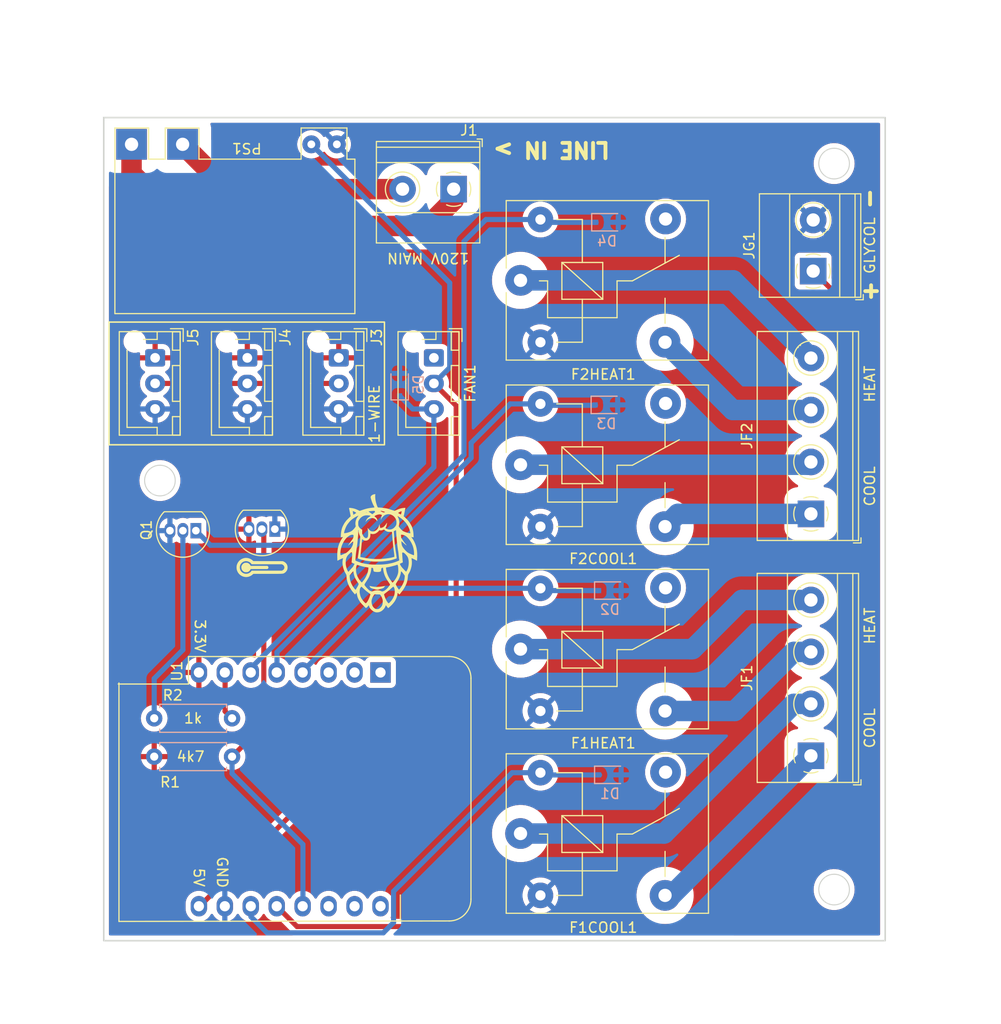
<source format=kicad_pcb>
(kicad_pcb (version 20211014) (generator pcbnew)

  (general
    (thickness 1.6)
  )

  (paper "USLetter")
  (title_block
    (title "DYB Relay Cotnrol Board")
    (date "2023-01-31")
    (rev "1.0")
  )

  (layers
    (0 "F.Cu" signal)
    (31 "B.Cu" signal)
    (32 "B.Adhes" user "B.Adhesive")
    (33 "F.Adhes" user "F.Adhesive")
    (34 "B.Paste" user)
    (35 "F.Paste" user)
    (36 "B.SilkS" user "B.Silkscreen")
    (37 "F.SilkS" user "F.Silkscreen")
    (38 "B.Mask" user)
    (39 "F.Mask" user)
    (40 "Dwgs.User" user "User.Drawings")
    (41 "Cmts.User" user "User.Comments")
    (42 "Eco1.User" user "User.Eco1")
    (43 "Eco2.User" user "User.Eco2")
    (44 "Edge.Cuts" user)
    (45 "Margin" user)
    (46 "B.CrtYd" user "B.Courtyard")
    (47 "F.CrtYd" user "F.Courtyard")
    (48 "B.Fab" user)
    (49 "F.Fab" user)
  )

  (setup
    (stackup
      (layer "F.SilkS" (type "Top Silk Screen"))
      (layer "F.Paste" (type "Top Solder Paste"))
      (layer "F.Mask" (type "Top Solder Mask") (thickness 0.01))
      (layer "F.Cu" (type "copper") (thickness 0.035))
      (layer "dielectric 1" (type "core") (thickness 1.51) (material "FR4") (epsilon_r 4.5) (loss_tangent 0.02))
      (layer "B.Cu" (type "copper") (thickness 0.035))
      (layer "B.Mask" (type "Bottom Solder Mask") (thickness 0.01))
      (layer "B.Paste" (type "Bottom Solder Paste"))
      (layer "B.SilkS" (type "Bottom Silk Screen"))
      (copper_finish "None")
      (dielectric_constraints no)
    )
    (pad_to_mask_clearance 0)
    (pcbplotparams
      (layerselection 0x00310f0_ffffffff)
      (disableapertmacros false)
      (usegerberextensions false)
      (usegerberattributes false)
      (usegerberadvancedattributes false)
      (creategerberjobfile true)
      (svguseinch false)
      (svgprecision 6)
      (excludeedgelayer false)
      (plotframeref false)
      (viasonmask false)
      (mode 1)
      (useauxorigin false)
      (hpglpennumber 1)
      (hpglpenspeed 20)
      (hpglpendiameter 15.000000)
      (dxfpolygonmode true)
      (dxfimperialunits true)
      (dxfusepcbnewfont true)
      (psnegative false)
      (psa4output false)
      (plotreference false)
      (plotvalue true)
      (plotinvisibletext false)
      (sketchpadsonfab false)
      (subtractmaskfromsilk true)
      (outputformat 1)
      (mirror false)
      (drillshape 0)
      (scaleselection 1)
      (outputdirectory "gerber_output/")
    )
  )

  (net 0 "")
  (net 1 "Net-(J2-Pad1)")
  (net 2 "3.3VDC")
  (net 3 "/OWC_BUS")
  (net 4 "unconnected-(F1COOL1-Pad3)")
  (net 5 "unconnected-(F1HEAT1-Pad3)")
  (net 6 "unconnected-(F2COOL1-Pad3)")
  (net 7 "unconnected-(F2HEAT1-Pad3)")
  (net 8 "/NUETRAL")
  (net 9 "/LINE")
  (net 10 "Net-(Q1-Pad2)")
  (net 11 "Net-(D5-Pad1)")
  (net 12 "unconnected-(FAN1-Pad1)")
  (net 13 "GND")
  (net 14 "+5V")
  (net 15 "FAN")
  (net 16 "/Fermenter Control Circuit/F1_C")
  (net 17 "/Fermenter Control Circuit/F1_H")
  (net 18 "/Fermenter Control Circuit/F2_C")
  (net 19 "/Fermenter Control Circuit/F2_H")
  (net 20 "/Fermenter Control Circuit/F1Cout")
  (net 21 "/Fermenter Control Circuit/F1Cin")
  (net 22 "/Fermenter Control Circuit/F1Hout")
  (net 23 "/Fermenter Control Circuit/F1Hin")
  (net 24 "/Fermenter Control Circuit/F2Cout")
  (net 25 "/Fermenter Control Circuit/F2Cin")
  (net 26 "/Fermenter Control Circuit/F2Hout")
  (net 27 "/Fermenter Control Circuit/F2Hin")
  (net 28 "unconnected-(U1-Pad1)")
  (net 29 "unconnected-(U1-Pad2)")
  (net 30 "unconnected-(U1-Pad3)")
  (net 31 "unconnected-(U1-Pad14)")
  (net 32 "unconnected-(U1-Pad15)")
  (net 33 "unconnected-(U1-Pad16)")
  (net 34 "Net-(J3-Pad2)")

  (footprint "TerminalBlock_Phoenix:TerminalBlock_Phoenix_MKDS-1,5-2_1x02_P5.00mm_Horizontal" (layer "F.Cu") (at 138.45 67.515 90))

  (footprint "Custom:Relay_SPDT_SANYOU_SRD_Series_Form_C" (layer "F.Cu") (at 109.8 104.486666))

  (footprint "TerminalBlock_Phoenix:TerminalBlock_Phoenix_MKDS-1,5-2_1x02_P5.00mm_Horizontal" (layer "F.Cu") (at 103.25 59.5 180))

  (footprint "Custom:Relay_SPDT_SANYOU_SRD_Series_Form_C" (layer "F.Cu") (at 109.8 122.52))

  (footprint "LOGO" (layer "F.Cu") (at 95.3008 95.6056))

  (footprint "Custom:Relay_SPDT_SANYOU_SRD_Series_Form_C" (layer "F.Cu") (at 109.8 86.453333))

  (footprint "LOGO" (layer "F.Cu") (at 84.5 96.5 -90))

  (footprint "TerminalBlock_Phoenix:TerminalBlock_Phoenix_MKDS-1,5-4-5.08_1x04_P5.08mm_Horizontal" (layer "F.Cu") (at 138.23 91.26 90))

  (footprint "Connector_JST:JST_XH_B3B-XH-AM_1x03_P2.50mm_Vertical" (layer "F.Cu") (at 74.03 76 -90))

  (footprint "TerminalBlock_Phoenix:TerminalBlock_Phoenix_MKDS-1,5-4-5.08_1x04_P5.08mm_Horizontal" (layer "F.Cu") (at 138.23 114.92 90))

  (footprint "Connector_JST:JST_XH_B3B-XH-AM_1x03_P2.50mm_Vertical" (layer "F.Cu") (at 92.005 76 -90))

  (footprint "Power:Acxico 5V 700mA Board Module Mini AC-DC 120V to 5V Power Supply" (layer "F.Cu") (at 94.221 53.5175 180))

  (footprint "Connector_JST:JST_XH_B3B-XH-AM_1x03_P2.50mm_Vertical" (layer "F.Cu") (at 83.055 76 -90))

  (footprint "Connector_JST:JST_XH_B3B-XH-AM_1x03_P2.50mm_Vertical" (layer "F.Cu") (at 101.32 76 -90))

  (footprint "Custom:WEMOS_D1_mini_light" (layer "F.Cu") (at 97.11 107.77 -90))

  (footprint "Package_TO_SOT_THT:TO-92_Inline" (layer "F.Cu") (at 78.02 92.9 180))

  (footprint "Custom:Relay_SPDT_SANYOU_SRD_Series_Form_C" (layer "F.Cu") (at 109.8 68.42))

  (footprint "Package_TO_SOT_THT:TO-92_Inline" (layer "F.Cu") (at 85.75 92.75 180))

  (footprint "Diode_SMD:D_SOD-323F" (layer "B.Cu") (at 118.55 116.78))

  (footprint "Diode_SMD:D_SOD-323F" (layer "B.Cu") (at 118.27 62.74))

  (footprint "Diode_SMD:D_SOD-323F" (layer "B.Cu") (at 97.9678 78.613 90))

  (footprint "Resistor_THT:R_Axial_DIN0207_L6.3mm_D2.5mm_P7.62mm_Horizontal" (layer "B.Cu") (at 81.56 111.25 180))

  (footprint "Diode_SMD:D_SOD-323F" (layer "B.Cu")
    (tedit 590A48EB) (tstamp d6486fb2-d764-4439-920e-c165d3dbf9b8)
    (at 118.55 98.76)
    (descr "SOD-323F http://www.nxp.com/documents/outline_drawing/SOD323F.pdf")
    (tags "SOD-323F")
    (property "Sheetfile" "FermControl.kicad_sch")
    (property "Sheetname" "Fermenter Control Circuit")
    (path "/0df96096-2732-4099-a5fe-a9bcfde86345/844ce03b-29c6-4827-a76c-40ed26d134fd")
    (attr smd)
    (fp_text reference "D2" (at 0 1.85) (layer "B.SilkS")
      (effects (font (size 1 1) (thickness 0.15)) (justify mirror))
      (tstamp 6e74d63b-abc2-4be8-a25e-9bb47139916d)
    )
    (fp_text value "1N4148" (at 0.1 -1.9) (layer "B.Fab")
      (effects (font (size 1 1) (thickness 0.15)) (justify mirror))
      (tstamp 5abcd6fe-aa0e-4252-b441-6837c213f4e7)
    )
    (fp_text user "${REFERENCE}" (at 0 1.85) (layer "B.Fab")
      (effects (font (size 1 1) (thickness 0.15)) (justify mirror))
      (tstamp afb7adb4-38b1-4fd0-b3c4-52815d8a6cf5)
    )
    (fp_line (start -1.5 0.85) (end -1.5 -0.85) (layer "B.SilkS") (width 0.12) (tstamp 40c90343-6f81-43a8-bb6b-14ad1a5dec64))
    (fp_line (start -1.5 0.85) (end 1.05 0.85) (layer "B.SilkS") (width 0.12) (tstamp 9430e65b-d61e-41b7-a54a-2af9420a9804))
    (fp_line (start -1.5 -0.85) (end 1.05 -0.85) (layer "B.SilkS") (width 0.12) (tstamp eb73b8a9-ffa6-4740-840a-f39333b4ed2a))
    (fp_line (start -1.6 0.95) (end 1.6 0.95) (layer "B.CrtYd") (width 0.05) (tstamp 42410048-21dc-40f6-8396-bb53cea14526))
    (fp_line (start 1.6 0.95) (end 1.6 -0.95) (layer "B.CrtYd") (width 0.05) (tstamp 48ee4183-d16a-4e25-b6d3-df188d53f63b))
    (fp_line (start -1.6 0.95) (end -1.6 -0.95) (layer "B.CrtYd") (width 0.05) (tstamp 5da4e17a-e791-45dd-8c60-ca402260cde0))
    (fp_line (start -1.6 -0.95) (end 1.6 -0.95) (layer "B.CrtYd") (width 0.05) (tstamp 88ba0007-4411-4023-940f-fd5f8a40828c))
    (fp_line (start -0.3 0.35) (end -0.3 -0.35) (layer "B.Fab") (width 0.1) (tstamp 07f218d4-981e-459c-82e9-badb728cafa1))
    (fp_line (start 0.9 -0.7) (end -0.9 -0.7) (layer "B.Fab") (width 0.1) (tstamp 1246d01d-21ed-4bd6-9bd5-867bf0bac699))
    (fp_line (start 0.2 0) (end 0.45 0) (layer "B.Fab") (width 0.1) (tstamp 3e37116b-fe6e-47be-a434-1f3cebb39abf))
    (fp_line (start -0.9 0.7) (end 0.9 0.7) (layer "B.Fab") (width 0.1) (tstamp 4df3fcd0-3574-459d-88da-a28e4a55dcc1))
    (fp_line (start 0.2 -0.35) (end -0.3 0) (layer "B.Fab") (width 0.1) (tstamp 69dd67dd-70e8-4999-b6be-bcb6a8626751))
    (fp_line (
... [562339 chars truncated]
</source>
